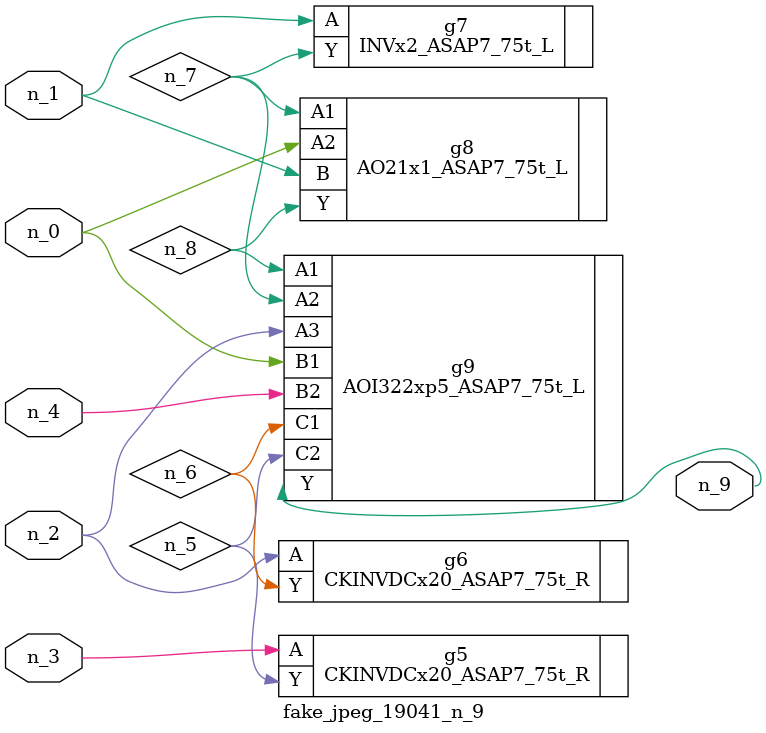
<source format=v>
module fake_jpeg_19041_n_9 (n_3, n_2, n_1, n_0, n_4, n_9);

input n_3;
input n_2;
input n_1;
input n_0;
input n_4;

output n_9;

wire n_8;
wire n_6;
wire n_5;
wire n_7;

CKINVDCx20_ASAP7_75t_R g5 ( 
.A(n_3),
.Y(n_5)
);

CKINVDCx20_ASAP7_75t_R g6 ( 
.A(n_2),
.Y(n_6)
);

INVx2_ASAP7_75t_L g7 ( 
.A(n_1),
.Y(n_7)
);

AO21x1_ASAP7_75t_L g8 ( 
.A1(n_7),
.A2(n_0),
.B(n_1),
.Y(n_8)
);

AOI322xp5_ASAP7_75t_L g9 ( 
.A1(n_8),
.A2(n_7),
.A3(n_2),
.B1(n_0),
.B2(n_4),
.C1(n_6),
.C2(n_5),
.Y(n_9)
);


endmodule
</source>
